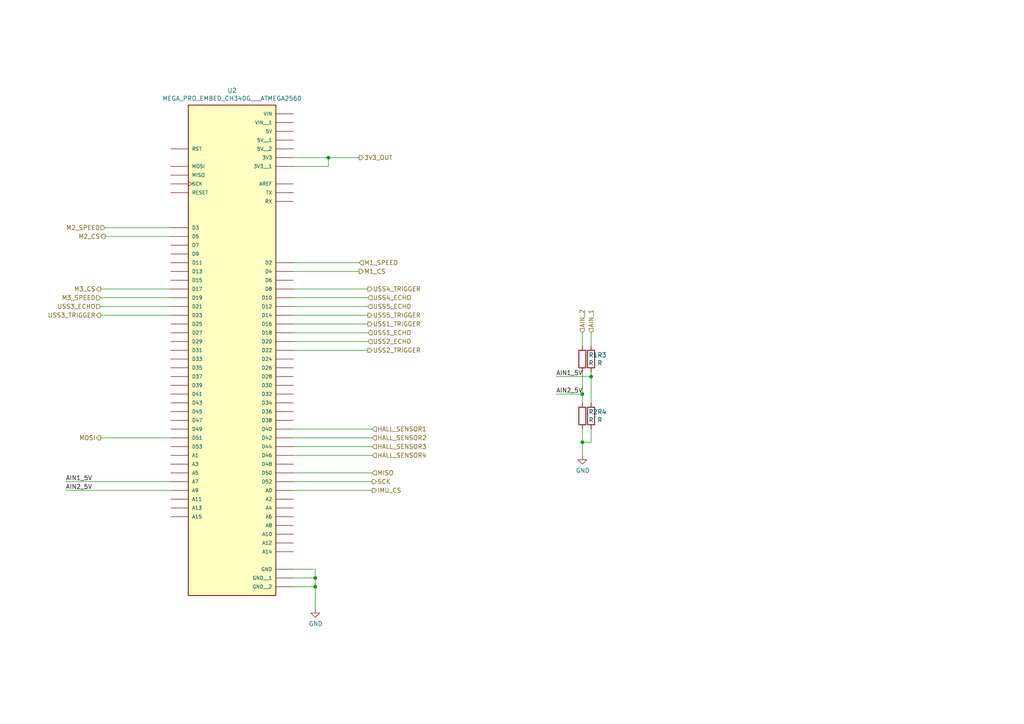
<source format=kicad_sch>
(kicad_sch (version 20211123) (generator eeschema)
  (paper "A4")
  (lib_symbols
    (symbol "Device:R" (pin_numbers hide) (pin_names (offset 0))
      (property "Reference" "R" (at 2.032 0 90))
      (property "Value" "R" (at 0 0 90))
      (symbol "R_0_1"
        (rectangle (start -1.016 -2.54) (end 1.016 2.54) (stroke (width 0.254)))
      )
      (symbol "R_1_1"
        (pin passive line (at 0 3.81 270) (length 1.27) (name "~") (number "1"))
        (pin passive line (at 0 -3.81 90) (length 1.27) (name "~") (number "2"))
      )
    )
    (symbol "MEGA_PRO_EMBED_CH340G___ATMEGA2560:MEGA_PRO_EMBED_CH340G___ATMEGA2560" (pin_numbers hide) (pin_names (offset 1.016))
      (property "Reference" "U" (at -12.7 63.5 0))
      (property "Value" "MEGA_PRO_EMBED_CH340G___ATMEGA2560_MEGA_PRO_EMBED_CH340G___ATMEGA2560" (at -12.7 -81.28 0))
      (symbol "MEGA_PRO_EMBED_CH340G___ATMEGA2560_0_0"
        (rectangle (start -12.7 -78.74) (end 12.7 63.5) (stroke (width 0.254)) (fill (type background)))
        (pin power_in line (at 17.78 48.26 180) (length 5.08) (name "3V3") (number "3V3_1"))
        (pin power_in line (at 17.78 45.72 180) (length 5.08) (name "3V3__1") (number "3V3_2"))
        (pin power_in line (at 17.78 55.88 180) (length 5.08) (name "5V") (number "5V_1"))
        (pin power_in line (at 17.78 53.34 180) (length 5.08) (name "5V__1") (number "5V_2"))
        (pin power_in line (at 17.78 50.8 180) (length 5.08) (name "5V__2") (number "5V_3"))
        (pin bidirectional line (at 17.78 -48.26 180) (length 5.08) (name "A0") (number "A0"))
        (pin bidirectional line (at -17.78 -38.1 0) (length 5.08) (name "A1") (number "A1"))
        (pin bidirectional line (at 17.78 -60.96 180) (length 5.08) (name "A10") (number "A10"))
        (pin bidirectional line (at -17.78 -50.8 0) (length 5.08) (name "A11") (number "A11"))
        (pin bidirectional line (at 17.78 -63.5 180) (length 5.08) (name "A12") (number "A12"))
        (pin bidirectional line (at -17.78 -53.34 0) (length 5.08) (name "A13") (number "A13"))
        (pin bidirectional line (at 17.78 -66.04 180) (length 5.08) (name "A14") (number "A14"))
        (pin bidirectional line (at -17.78 -55.88 0) (length 5.08) (name "A15") (number "A15"))
        (pin bidirectional line (at 17.78 -50.8 180) (length 5.08) (name "A2") (number "A2"))
        (pin bidirectional line (at -17.78 -40.64 0) (length 5.08) (name "A3") (number "A3"))
        (pin bidirectional line (at 17.78 -53.34 180) (length 5.08) (name "A4") (number "A4"))
        (pin bidirectional line (at -17.78 -43.18 0) (length 5.08) (name "A5") (number "A5"))
        (pin bidirectional line (at 17.78 -55.88 180) (length 5.08) (name "A6") (number "A6"))
        (pin bidirectional line (at -17.78 -45.72 0) (length 5.08) (name "A7") (number "A7"))
        (pin bidirectional line (at 17.78 -58.42 180) (length 5.08) (name "A8") (number "A8"))
        (pin bidirectional line (at -17.78 -48.26 0) (length 5.08) (name "A9") (number "A9"))
        (pin bidirectional line (at 17.78 40.64 180) (length 5.08) (name "AREF") (number "AREF"))
        (pin bidirectional line (at 17.78 7.62 180) (length 5.08) (name "D10") (number "D10"))
        (pin bidirectional line (at -17.78 17.78 0) (length 5.08) (name "D11") (number "D11"))
        (pin bidirectional line (at 17.78 5.08 180) (length 5.08) (name "D12") (number "D12"))
        (pin bidirectional line (at -17.78 15.24 0) (length 5.08) (name "D13") (number "D13"))
        (pin bidirectional line (at 17.78 2.54 180) (length 5.08) (name "D14") (number "D14"))
        (pin bidirectional line (at -17.78 12.7 0) (length 5.08) (name "D15") (number "D15"))
        (pin bidirectional line (at 17.78 0 180) (length 5.08) (name "D16") (number "D16"))
        (pin bidirectional line (at -17.78 10.16 0) (length 5.08) (name "D17") (number "D17"))
        (pin bidirectional line (at 17.78 -2.54 180) (length 5.08) (name "D18") (number "D18"))
        (pin bidirectional line (at -17.78 7.62 0) (length 5.08) (name "D19") (number "D19"))
        (pin bidirectional line (at 17.78 17.78 180) (length 5.08) (name "D2") (number "D2"))
        (pin bidirectional line (at 17.78 -5.08 180) (length 5.08) (name "D20") (number "D20"))
        (pin bidirectional line (at -17.78 5.08 0) (length 5.08) (name "D21") (number "D21"))
        (pin bidirectional line (at 17.78 -7.62 180) (length 5.08) (name "D22") (number "D22"))
        (pin bidirectional line (at -17.78 2.54 0) (length 5.08) (name "D23") (number "D23"))
        (pin bidirectional line (at 17.78 -10.16 180) (length 5.08) (name "D24") (number "D24"))
        (pin bidirectional line (at -17.78 0 0) (length 5.08) (name "D25") (number "D25"))
        (pin bidirectional line (at 17.78 -12.7 180) (length 5.08) (name "D26") (number "D26"))
        (pin bidirectional line (at -17.78 -2.54 0) (length 5.08) (name "D27") (number "D27"))
        (pin bidirectional line (at 17.78 -15.24 180) (length 5.08) (name "D28") (number "D28"))
        (pin bidirectional line (at -17.78 -5.08 0) (length 5.08) (name "D29") (number "D29"))
        (pin bidirectional line (at -17.78 27.94 0) (length 5.08) (name "D3") (number "D3"))
        (pin bidirectional line (at 17.78 -17.78 180) (length 5.08) (name "D30") (number "D30"))
        (pin bidirectional line (at -17.78 -7.62 0) (length 5.08) (name "D31") (number "D31"))
        (pin bidirectional line (at 17.78 -20.32 180) (length 5.08) (name "D32") (number "D32"))
        (pin bidirectional line (at -17.78 -10.16 0) (length 5.08) (name "D33") (number "D33"))
        (pin bidirectional line (at 17.78 -22.86 180) (length 5.08) (name "D34") (number "D34"))
        (pin bidirectional line (at -17.78 -12.7 0) (length 5.08) (name "D35") (number "D35"))
        (pin bidirectional line (at 17.78 -25.4 180) (length 5.08) (name "D36") (number "D36"))
        (pin bidirectional line (at -17.78 -15.24 0) (length 5.08) (name "D37") (number "D37"))
        (pin bidirectional line (at 17.78 -27.94 180) (length 5.08) (name "D38") (number "D38"))
        (pin bidirectional line (at -17.78 -17.78 0) (length 5.08) (name "D39") (number "D39"))
        (pin bidirectional line (at 17.78 15.24 180) (length 5.08) (name "D4") (number "D4"))
        (pin bidirectional line (at 17.78 -30.48 180) (length 5.08) (name "D40") (number "D40"))
        (pin bidirectional line (at -17.78 -20.32 0) (length 5.08) (name "D41") (number "D41"))
        (pin bidirectional line (at 17.78 -33.02 180) (length 5.08) (name "D42") (number "D42"))
        (pin bidirectional line (at -17.78 -22.86 0) (length 5.08) (name "D43") (number "D43"))
        (pin bidirectional line (at 17.78 -35.56 180) (length 5.08) (name "D44") (number "D44"))
        (pin bidirectional line (at -17.78 -25.4 0) (length 5.08) (name "D45") (number "D45"))
        (pin bidirectional line (at 17.78 -38.1 180) (length 5.08) (name "D46") (number "D46"))
        (pin bidirectional line (at -17.78 -27.94 0) (length 5.08) (name "D47") (number "D47"))
        (pin bidirectional line (at 17.78 -40.64 180) (length 5.08) (name "D48") (number "D48"))
        (pin bidirectional line (at -17.78 -30.48 0) (length 5.08) (name "D49") (number "D49"))
        (pin bidirectional line (at -17.78 25.4 0) (length 5.08) (name "D5") (number "D5"))
        (pin bidirectional line (at 17.78 -43.18 180) (length 5.08) (name "D50") (number "D50"))
        (pin bidirectional line (at -17.78 -33.02 0) (length 5.08) (name "D51") (number "D51"))
        (pin bidirectional line (at 17.78 -45.72 180) (length 5.08) (name "D52") (number "D52"))
        (pin bidirectional line (at -17.78 -35.56 0) (length 5.08) (name "D53") (number "D53"))
        (pin bidirectional line (at 17.78 12.7 180) (length 5.08) (name "D6") (number "D6"))
        (pin bidirectional line (at -17.78 22.86 0) (length 5.08) (name "D7") (number "D7"))
        (pin bidirectional line (at 17.78 10.16 180) (length 5.08) (name "D8") (number "D8"))
        (pin bidirectional line (at -17.78 20.32 0) (length 5.08) (name "D9") (number "D9"))
        (pin power_in line (at 17.78 -71.12 180) (length 5.08) (name "GND") (number "GND_1"))
        (pin power_in line (at 17.78 -73.66 180) (length 5.08) (name "GND__1") (number "GND_2"))
        (pin power_in line (at 17.78 -76.2 180) (length 5.08) (name "GND__2") (number "GND_3"))
        (pin bidirectional line (at -17.78 43.18 0) (length 5.08) (name "MISO") (number "MISO"))
        (pin bidirectional line (at -17.78 45.72 0) (length 5.08) (name "MOSI") (number "MOSI"))
        (pin input line (at -17.78 38.1 0) (length 5.08) (name "RESET") (number "RESET"))
        (pin input line (at -17.78 50.8 0) (length 5.08) (name "RST") (number "RST"))
        (pin input line (at 17.78 35.56 180) (length 5.08) (name "RX") (number "RX"))
        (pin bidirectional clock (at -17.78 40.64 0) (length 5.08) (name "SCK") (number "SCK"))
        (pin output line (at 17.78 38.1 180) (length 5.08) (name "TX") (number "TX"))
        (pin output line (at 17.78 60.96 180) (length 5.08) (name "VIN") (number "VIN_1"))
        (pin output line (at 17.78 58.42 180) (length 5.08) (name "VIN__1") (number "VIN_2"))
      )
    )
    (symbol "power:GND" (power) (pin_names (offset 0))
      (property "Value" "GND" (at 0 -3.81 0))
      (symbol "GND_0_1"
        (polyline (pts (xy 0 0) (xy 0 -1.27) (xy 1.27 -1.27) (xy 0 -2.54) (xy -1.27 -1.27) (xy 0 -1.27)))
      )
      (symbol "GND_1_1"
        (pin power_in line (at 0 0 270) (length 0) hide (name "GND") (number "1"))
      )
    )
  )
  (junction (at 168.91 114.3))
  (junction (at 171.45 109.22))
  (junction (at 168.91 128.27))
  (junction (at 95.25 45.72))
  (junction (at 91.44 170.18))
  (junction (at 91.44 167.64))
  (wire (pts (xy 49.53 127) (xy 29.21 127)))
  (wire (pts (xy 91.44 170.18) (xy 91.44 176.53)))
  (wire (pts (xy 168.91 132.08) (xy 168.91 128.27)))
  (wire (pts (xy 85.09 167.64) (xy 91.44 167.64)))
  (wire (pts (xy 171.45 109.22) (xy 171.45 116.84)))
  (wire (pts (xy 168.91 100.33) (xy 168.91 96.52)))
  (wire (pts (xy 85.09 93.98) (xy 106.68 93.98)))
  (wire (pts (xy 95.25 48.26) (xy 95.25 45.72)))
  (wire (pts (xy 168.91 107.95) (xy 168.91 114.3)))
  (wire (pts (xy 85.09 86.36) (xy 106.68 86.36)))
  (wire (pts (xy 91.44 165.1) (xy 91.44 167.64)))
  (wire (pts (xy 85.09 142.24) (xy 107.95 142.24)))
  (wire (pts (xy 85.09 99.06) (xy 106.68 99.06)))
  (wire (pts (xy 85.09 76.2) (xy 104.14 76.2)))
  (wire (pts (xy 49.53 83.82) (xy 29.21 83.82)))
  (wire (pts (xy 85.09 45.72) (xy 95.25 45.72)))
  (wire (pts (xy 49.53 86.36) (xy 29.21 86.36)))
  (wire (pts (xy 91.44 167.64) (xy 91.44 170.18)))
  (wire (pts (xy 168.91 124.46) (xy 168.91 128.27)))
  (wire (pts (xy 168.91 116.84) (xy 168.91 114.3)))
  (wire (pts (xy 19.05 142.24) (xy 49.53 142.24)))
  (wire (pts (xy 85.09 83.82) (xy 106.68 83.82)))
  (wire (pts (xy 85.09 129.54) (xy 107.95 129.54)))
  (wire (pts (xy 171.45 109.22) (xy 161.29 109.22)))
  (wire (pts (xy 171.45 109.22) (xy 171.45 107.95)))
  (wire (pts (xy 85.09 91.44) (xy 106.68 91.44)))
  (wire (pts (xy 168.91 128.27) (xy 171.45 128.27)))
  (wire (pts (xy 85.09 132.08) (xy 107.95 132.08)))
  (wire (pts (xy 95.25 45.72) (xy 104.14 45.72)))
  (wire (pts (xy 85.09 78.74) (xy 104.14 78.74)))
  (wire (pts (xy 49.53 66.04) (xy 30.48 66.04)))
  (wire (pts (xy 49.53 88.9) (xy 29.21 88.9)))
  (wire (pts (xy 49.53 91.44) (xy 29.21 91.44)))
  (wire (pts (xy 85.09 48.26) (xy 95.25 48.26)))
  (wire (pts (xy 85.09 96.52) (xy 106.68 96.52)))
  (wire (pts (xy 85.09 170.18) (xy 91.44 170.18)))
  (wire (pts (xy 85.09 137.16) (xy 107.95 137.16)))
  (wire (pts (xy 85.09 124.46) (xy 107.95 124.46)))
  (wire (pts (xy 49.53 68.58) (xy 30.48 68.58)))
  (wire (pts (xy 85.09 139.7) (xy 107.95 139.7)))
  (wire (pts (xy 85.09 127) (xy 107.95 127)))
  (wire (pts (xy 168.91 114.3) (xy 161.29 114.3)))
  (wire (pts (xy 171.45 100.33) (xy 171.45 96.52)))
  (wire (pts (xy 85.09 101.6) (xy 106.68 101.6)))
  (wire (pts (xy 85.09 165.1) (xy 91.44 165.1)))
  (wire (pts (xy 85.09 88.9) (xy 106.68 88.9)))
  (wire (pts (xy 19.05 139.7) (xy 49.53 139.7)))
  (wire (pts (xy 171.45 128.27) (xy 171.45 124.46)))
  (label "AIN2_5V" (at 161.29 114.3 0))
  (label "AIN1_5V" (at 19.05 139.7 0))
  (label "AIN2_5V" (at 19.05 142.24 0))
  (label "AIN1_5V" (at 161.29 109.22 0))
  (hierarchical_label "USS4_TRIGGER" (shape output) (at 106.68 83.82 0))
  (hierarchical_label "M1_SPEED" (shape input) (at 104.14 76.2 0))
  (hierarchical_label "USS3_ECHO" (shape input) (at 29.21 88.9 180))
  (hierarchical_label "M3_CS" (shape output) (at 29.21 83.82 180))
  (hierarchical_label "USS2_TRIGGER" (shape output) (at 106.68 101.6 0))
  (hierarchical_label "HALL_SENSOR1" (shape input) (at 107.95 124.46 0))
  (hierarchical_label "3V3_OUT" (shape output) (at 104.14 45.72 0))
  (hierarchical_label "USS5_TRIGGER" (shape output) (at 106.68 91.44 0))
  (hierarchical_label "MISO" (shape input) (at 107.95 137.16 0))
  (hierarchical_label "USS2_ECHO" (shape input) (at 106.68 99.06 0))
  (hierarchical_label "M2_CS" (shape output) (at 30.48 68.58 180))
  (hierarchical_label "USS1_ECHO" (shape input) (at 106.68 96.52 0))
  (hierarchical_label "USS4_ECHO" (shape input) (at 106.68 86.36 0))
  (hierarchical_label "USS3_TRIGGER" (shape output) (at 29.21 91.44 180))
  (hierarchical_label "HALL_SENSOR3" (shape input) (at 107.95 129.54 0))
  (hierarchical_label "AIN_2" (shape input) (at 168.91 96.52 90))
  (hierarchical_label "AIN_1" (shape input) (at 171.45 96.52 90))
  (hierarchical_label "M2_SPEED" (shape input) (at 30.48 66.04 180))
  (hierarchical_label "HALL_SENSOR2" (shape input) (at 107.95 127 0))
  (hierarchical_label "IMU_CS" (shape output) (at 107.95 142.24 0))
  (hierarchical_label "USS5_ECHO" (shape input) (at 106.68 88.9 0))
  (hierarchical_label "M1_CS" (shape output) (at 104.14 78.74 0))
  (hierarchical_label "MOSI" (shape output) (at 29.21 127 180))
  (hierarchical_label "USS1_TRIGGER" (shape output) (at 106.68 93.98 0))
  (hierarchical_label "SCK" (shape output) (at 107.95 139.7 0))
  (hierarchical_label "HALL_SENSOR4" (shape input) (at 107.95 132.08 0))
  (hierarchical_label "M3_SPEED" (shape input) (at 29.21 86.36 180))
  (symbol (lib_id "MEGA_PRO_EMBED_CH340G___ATMEGA2560:MEGA_PRO_EMBED_CH340G___ATMEGA2560") (at 67.31 93.98 0) (unit 1)
    (property "Reference" "U2" (at 67.31 26.2382 0))
    (property "Value" "MEGA_PRO_EMBED_CH340G___ATMEGA2560" (at 67.31 28.5496 0))
    (property "Footprint" "MODULE_MEGA_PRO_EMBED_CH340G_:_ATMEGA2560" (effects hide))
    (property "PARTREV" "12/May/2017" (effects hide))
    (property "MANUFACTURER" "Robotdyn" (effects hide))
    (property "STANDARD" "Manufacturer Recommendations" (effects hide))
  )
  (symbol (lib_id "power:GND") (at 91.44 176.53 0) (unit 1)
    (property "Reference" "#PWR0113" (effects hide))
    (property "Value" "GND" (at 91.567 180.9242 0))
  )
  (symbol (lib_id "power:GND") (at 168.91 132.08 0) (unit 1)
    (property "Reference" "#PWR0115" (effects hide))
    (property "Value" "GND" (at 169.037 136.4742 0))
  )
  (symbol (lib_id "Device:R") (at 168.91 104.14 0) (unit 1)
    (property "Reference" "R1" (at 170.688 102.9716 0) (effects (justify left)))
    (property "Value" "R" (at 170.688 105.283 0) (effects (justify left)))
    (property "Footprint" "Resistor_THT:R_Axial_DIN0309_L9.0mm_D3.2mm_P20.32mm_Horizontal" (effects hide))
  )
  (symbol (lib_id "Device:R") (at 171.45 104.14 0) (unit 1)
    (property "Reference" "R3" (at 173.228 102.9716 0) (effects (justify left)))
    (property "Value" "R" (at 173.228 105.283 0) (effects (justify left)))
    (property "Footprint" "Resistor_THT:R_Axial_DIN0309_L9.0mm_D3.2mm_P20.32mm_Horizontal" (effects hide))
  )
  (symbol (lib_id "Device:R") (at 168.91 120.65 0) (unit 1)
    (property "Reference" "R2" (at 170.688 119.4816 0) (effects (justify left)))
    (property "Value" "R" (at 170.688 121.793 0) (effects (justify left)))
    (property "Footprint" "Resistor_THT:R_Axial_DIN0309_L9.0mm_D3.2mm_P20.32mm_Horizontal" (effects hide))
  )
  (symbol (lib_id "Device:R") (at 171.45 120.65 0) (unit 1)
    (property "Reference" "R4" (at 173.228 119.4816 0) (effects (justify left)))
    (property "Value" "R" (at 173.228 121.793 0) (effects (justify left)))
    (property "Footprint" "Resistor_THT:R_Axial_DIN0309_L9.0mm_D3.2mm_P20.32mm_Horizontal" (effects hide))
  )
)
</source>
